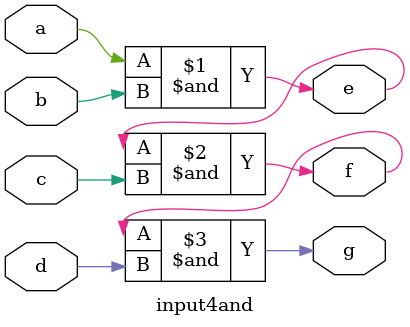
<source format=v>
`timescale 1ns / 1ps

module input4and(
    input a,
    input b,
    input c,
    input d,
    output e,
    output f,
    output g
    );
assign e=a&b;
assign f=e&c;
assign g=f&d;
endmodule

</source>
